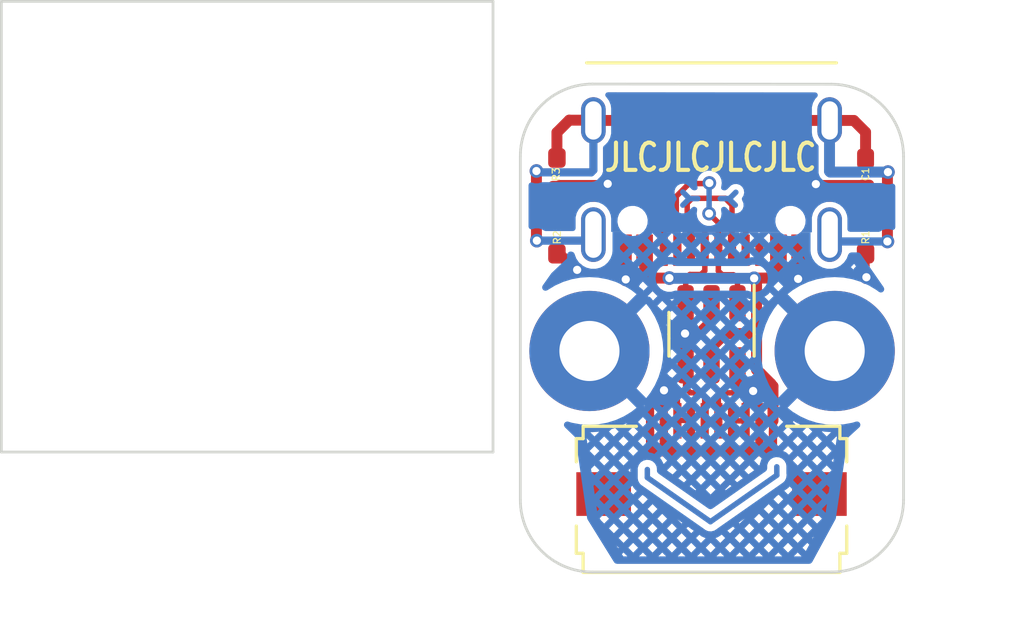
<source format=kicad_pcb>
(kicad_pcb (version 20221018) (generator pcbnew)
  (layers (0 "F.Cu" signal) (31 "B.Cu" signal) (34 "B.Paste" user) (35 "F.Paste" user) (36 "B.SilkS" user "B.Silkscreen") (37 "F.SilkS" user "F.Silkscreen") (38 "B.Mask" user) (39 "F.Mask" user) (44 "Edge.Cuts" user))
  (net 0 "")
  (net 1 "GND")
  (net 2 "Earth")
  (net 3 "VBUS")
  (net 4 "Net-(J1-CC1)")
  (net 5 "Net-(J1-CC2)")
  (net 6 "Net-(J1-D+-PadA6)")
  (net 7 "Net-(J1-D--PadA7)")
  (net 8 "D-")
  (net 9 "D+")
  (footprint "weteor:R_0402_HandSolder" (layer "F.Cu") (at 110.64 45.64 -90)
    (fp_text reference "R1" hide)
    (fp_text value "5.1k")
    (fp_text user "${REFERENCE}" (at 0 -0.0025 90) (layer "F.SilkS") (effects (font (size 0.26 0.26) (thickness 0.04))))
    (pad "1" smd roundrect (at -0.5975 0 270) (size 0.715 0.64) (layers "F.Cu" "F.Paste" "F.Mask") (net 4 "Net-(J1-CC1)"))
    (pad "2" smd roundrect (at 0.5975 0 270) (size 0.715 0.64) (layers "F.Cu" "F.Paste" "F.Mask") (net 1 "GND"))
  )
  (footprint "weteor:C_0402_HandSolder" (layer "F.Cu") (at 110.64 43.33 90)
    (fp_text reference "C1" hide)
    (fp_text value "1nF")
    (fp_text user "${REFERENCE}" (at 0 0 90) (layer "F.SilkS") (effects (font (size 0.25 0.25) (thickness 0.04))))
    (pad "1" smd roundrect (at -0.5675 0 90) (size 0.735 0.62) (layers "F.Cu" "F.Paste" "F.Mask") (net 1 "GND"))
    (pad "2" smd roundrect (at 0.5675 0 90) (size 0.735 0.62) (layers "F.Cu" "F.Paste" "F.Mask") (net 2 "Earth"))
  )
  (footprint "MountingHole:MountingHole_2.2mm_M2_Pad" (layer "F.Cu") (at 109.51 49.8)
    (fp_text reference "H2" hide)
    (fp_text value "MountingHole_Pad")
    (pad "1" thru_hole circle (at 0 0) (size 4.4 4.4) (drill 2.2) (layers "*.Cu" "*.Mask") (net 1 "GND"))
  )
  (footprint "weteor:R_0402_HandSolder" (layer "F.Cu") (at 99.34 43.3325 -90)
    (fp_text reference "R3" hide)
    (fp_text value "1M")
    (fp_text user "${REFERENCE}" (at 0 0.03 90) (layer "F.SilkS") (effects (font (size 0.26 0.26) (thickness 0.04))))
    (pad "1" smd roundrect (at -0.5975 0 270) (size 0.715 0.64) (layers "F.Cu" "F.Paste" "F.Mask") (net 2 "Earth"))
    (pad "2" smd roundrect (at 0.5975 0 270) (size 0.715 0.64) (layers "F.Cu" "F.Paste" "F.Mask") (net 1 "GND"))
  )
  (footprint "weteor:FCC 1x10 - JUSHUO AFC01-S10FCA-00" (layer "F.Cu") (at 105 52.357924)
    (fp_text reference "J2" hide)
    (fp_text value "Conn_01x10" hide)
    (fp_line (start -4.95 0.65) (end -4.95 1.5) (stroke (width 0.12)) (layer "F.SilkS"))
    (fp_line (start -4.95 3.85) (end -4.95 4.85) (stroke (width 0.12)) (layer "F.SilkS"))
    (fp_line (start -4.7 0.2) (end -4.7 0.65) (stroke (width 0.12)) (layer "F.SilkS"))
    (fp_line (start -4.7 0.65) (end -4.95 0.65) (stroke (width 0.12)) (layer "F.SilkS"))
    (fp_line (start -4.7 4.85) (end -4.95 4.85) (stroke (width 0.12)) (layer "F.SilkS"))
    (fp_line (start -4.7 4.85) (end -4.7 5.55) (stroke (width 0.12)) (layer "F.SilkS"))
    (fp_line (start -4.7 5.55) (end 4.7 5.55) (stroke (width 0.12)) (layer "F.SilkS"))
    (fp_line (start -2.75 0.2) (end -4.7 0.2) (stroke (width 0.12)) (layer "F.SilkS"))
    (fp_line (start 4.7 0.2) (end 2.75 0.2) (stroke (width 0.12)) (layer "F.SilkS"))
    (fp_line (start 4.7 0.65) (end 4.7 0.2) (stroke (width 0.12)) (layer "F.SilkS"))
    (fp_line (start 4.7 4.85) (end 4.7 5.55) (stroke (width 0.12)) (layer "F.SilkS"))
    (fp_line (start 4.95 0.65) (end 4.7 0.65) (stroke (width 0.12)) (layer "F.SilkS"))
    (fp_line (start 4.95 1.5) (end 4.95 0.65) (stroke (width 0.12)) (layer "F.SilkS"))
    (fp_line (start 4.95 4.85) (end 4.7 4.85) (stroke (width 0.12)) (layer "F.SilkS"))
    (fp_line (start 4.95 4.85) (end 4.95 3.85) (stroke (width 0.12)) (layer "F.SilkS"))
    (pad "1" smd rect (at -2.25 0) (size 0.3 1.3) (layers "F.Cu" "F.Paste" "F.Mask") (net 3 "VBUS"))
    (pad "2" smd rect (at -1.75 0) (size 0.3 1.3) (layers "F.Cu" "F.Paste" "F.Mask") (net 3 "VBUS"))
    (pad "3" smd rect (at -1.25 0) (size 0.3 1.3) (layers "F.Cu" "F.Paste" "F.Mask") (net 1 "GND"))
    (pad "4" smd rect (at -0.75 -0.015847) (size 0.3 1.3) (layers "F.Cu" "F.Paste" "F.Mask") (net 1 "GND"))
    (pad "5" smd rect (at -0.25 0) (size 0.3 1.3) (layers "F.Cu" "F.Paste" "F.Mask") (net 8 "D-"))
    (pad "6" smd rect (at 0.25 0) (size 0.3 1.3) (layers "F.Cu" "F.Paste" "F.Mask") (net 9 "D+"))
    (pad "7" smd rect (at 0.75 0) (size 0.3 1.3) (layers "F.Cu" "F.Paste" "F.Mask") (net 1 "GND"))
    (pad "8" smd rect (at 1.25 0) (size 0.3 1.3) (layers "F.Cu" "F.Paste" "F.Mask") (net 1 "GND"))
    (pad "9" smd rect (at 1.75 0) (size 0.3 1.3) (layers "F.Cu" "F.Paste" "F.Mask") (net 3 "VBUS"))
    (pad "10" smd rect (at 2.25 0) (size 0.3 1.3) (layers "F.Cu" "F.Paste" "F.Mask") (net 3 "VBUS"))
    (pad "MP" smd rect (at -3.95 2.68) (size 2 1.6) (layers "F.Cu" "F.Paste" "F.Mask"))
    (pad "MP" smd rect (at 3.95 2.68) (size 2 1.6) (layers "F.Cu" "F.Paste" "F.Mask"))
  )
  (footprint "MountingHole:MountingHole_2.2mm_M2_Pad" (layer "F.Cu") (at 100.53 49.8)
    (fp_text reference "H1" hide)
    (fp_text value "MountingHole_Pad")
    (pad "1" thru_hole circle (at 0 0) (size 4.4 4.4) (drill 2.2) (layers "*.Cu" "*.Mask") (net 1 "GND"))
  )
  (footprint "Package_TO_SOT_SMD:SOT-23-6" (layer "F.Cu") (at 105 49.1875 -90)
    (fp_text reference "U1" hide)
    (fp_text value "USBLC6-2SC6")
    (fp_line (start 0 -1.56) (end -1.8 -1.56) (stroke (width 0.12)) (layer "F.SilkS"))
    (fp_line (start 0 -1.56) (end 0.8 -1.56) (stroke (width 0.12)) (layer "F.SilkS"))
    (fp_line (start 0 1.56) (end -0.8 1.56) (stroke (width 0.12)) (layer "F.SilkS"))
    (fp_line (start 0 1.56) (end 0.8 1.56) (stroke (width 0.12)) (layer "F.SilkS"))
    (pad "1" smd roundrect (at -1.1375 -0.95 270) (size 1.325 0.6) (layers "F.Cu" "F.Paste" "F.Mask") (net 6 "Net-(J1-D+-PadA6)"))
    (pad "2" smd roundrect (at -1.1375 0 270) (size 1.325 0.6) (layers "F.Cu" "F.Paste" "F.Mask") (net 1 "GND"))
    (pad "3" smd roundrect (at -1.1375 0.95 270) (size 1.325 0.6) (layers "F.Cu" "F.Paste" "F.Mask") (net 7 "Net-(J1-D--PadA7)"))
    (pad "4" smd roundrect (at 1.1375 0.95 270) (size 1.325 0.6) (layers "F.Cu" "F.Paste" "F.Mask") (net 8 "D-"))
    (pad "5" smd roundrect (at 1.1375 0 270) (size 1.325 0.6) (layers "F.Cu" "F.Paste" "F.Mask") (net 3 "VBUS"))
    (pad "6" smd roundrect (at 1.1375 -0.95 270) (size 1.325 0.6) (layers "F.Cu" "F.Paste" "F.Mask") (net 9 "D+"))
  )
  (footprint "weteor:USB C-31-M-12" (layer "F.Cu") (at 105 45.04 180)
    (fp_text reference "J1" hide)
    (fp_text value "USB_C_Receptacle_USB2.0")
    (fp_line (start -4.572 5.79) (end 4.572 5.79) (stroke (width 0.12)) (layer "F.SilkS"))
    (pad "" np_thru_hole circle (at -2.89 0 180) (size 0.6 0.6) (drill 0.6) (layers "F&B.Cu" "*.Mask"))
    (pad "" np_thru_hole circle (at 2.89 0 180) (size 0.6 0.6) (drill 0.6) (layers "F&B.Cu" "*.Mask"))
    (pad "A1" smd rect (at -3.225 -1.07) (size 0.6 1.15) (layers "F.Cu" "F.Paste" "F.Mask") (net 1 "GND"))
    (pad "A4" smd rect (at -2.45 -1.07) (size 0.6 1.15) (layers "F.Cu" "F.Paste" "F.Mask") (net 3 "VBUS"))
    (pad "A5" smd rect (at -1.25 -1.07) (size 0.3 1.15) (layers "F.Cu" "F.Paste" "F.Mask") (net 4 "Net-(J1-CC1)"))
    (pad "A6" smd rect (at -0.25 -1.07) (size 0.3 1.15) (layers "F.Cu" "F.Paste" "F.Mask") (net 6 "Net-(J1-D+-PadA6)"))
    (pad "A7" smd rect (at 0.25 -1.07) (size 0.3 1.15) (layers "F.Cu" "F.Paste" "F.Mask") (net 7 "Net-(J1-D--PadA7)"))
    (pad "A8" smd rect (at 1.25 -1.07) (size 0.3 1.15) (layers "F.Cu" "F.Paste" "F.Mask"))
    (pad "A9" smd rect (at 2.45 -1.07) (size 0.6 1.15) (layers "F.Cu" "F.Paste" "F.Mask") (net 3 "VBUS"))
    (pad "A12" smd rect (at 3.225 -1.07) (size 0.6 1.15) (layers "F.Cu" "F.Paste" "F.Mask") (net 1 "GND"))
    (pad "B1" smd rect (at 3.225 -1.07) (size 0.6 1.15) (layers "F.Cu" "F.Paste" "F.Mask") (net 1 "GND"))
    (pad "B4" smd rect (at 2.45 -1.07) (size 0.6 1.15) (layers "F.Cu" "F.Paste" "F.Mask") (net 3 "VBUS"))
    (pad "B5" smd rect (at 1.75 -1.07) (size 0.3 1.15) (layers "F.Cu" "F.Paste" "F.Mask") (net 5 "Net-(J1-CC2)"))
    (pad "B6" smd rect (at 0.75 -1.07) (size 0.3 1.15) (layers "F.Cu" "F.Paste" "F.Mask") (net 6 "Net-(J1-D+-PadA6)"))
    (pad "B7" smd rect (at -0.75 -1.07) (size 0.3 1.15) (layers "F.Cu" "F.Paste" "F.Mask") (net 7 "Net-(J1-D--PadA7)"))
    (pad "B8" smd rect (at -1.75 -1.07) (size 0.3 1.15) (layers "F.Cu" "F.Paste" "F.Mask"))
    (pad "B9" smd rect (at -2.45 -1.07) (size 0.6 1.15) (layers "F.Cu" "F.Paste" "F.Mask") (net 3 "VBUS"))
    (pad "B12" smd rect (at -3.225 -1.07) (size 0.6 1.15) (layers "F.Cu" "F.Paste" "F.Mask") (net 1 "GND"))
    (pad "S1" thru_hole oval (at -4.325 -0.5) (size 0.9 2) (drill oval 0.6 1.7) (layers "*.Cu" "*.Mask") (net 2 "Earth"))
    (pad "S1" thru_hole oval (at -4.325 3.68) (size 0.9 1.7) (drill oval 0.6 1.4) (layers "*.Cu" "*.Mask") (net 2 "Earth"))
    (pad "S1" thru_hole oval (at 4.325 -0.5) (size 0.9 2) (drill oval 0.6 1.7) (layers "*.Cu" "*.Mask") (net 2 "Earth"))
    (pad "S1" thru_hole oval (at 4.325 3.68) (size 0.9 1.7) (drill oval 0.6 1.4) (layers "*.Cu" "*.Mask") (net 2 "Earth"))
  )
  (footprint "weteor:R_0402_HandSolder" (layer "F.Cu") (at 99.34 45.6425 -90)
    (fp_text reference "R2" hide)
    (fp_text value "5.1k")
    (fp_text user "${REFERENCE}" (at 0 -0.01 90) (layer "F.SilkS") (effects (font (size 0.26 0.26) (thickness 0.04))))
    (pad "1" smd roundrect (at -0.5975 0 270) (size 0.715 0.64) (layers "F.Cu" "F.Paste" "F.Mask") (net 5 "Net-(J1-CC2)"))
    (pad "2" smd roundrect (at 0.5975 0 270) (size 0.715 0.64) (layers "F.Cu" "F.Paste" "F.Mask") (net 1 "GND"))
  )
  (gr_line (start 111.504367 56.831391) (end 111.425821 56.931342) (stroke (width 0.1)) (layer "Edge.Cuts"))
  (gr_line (start 99.38467 57.575061) (end 99.273871 57.511352) (stroke (width 0.1)) (layer "Edge.Cuts"))
  (gr_line (start 111.976258 42.146645) (end 111.999521 42.276973) (stroke (width 0.1)) (layer "Edge.Cuts"))
  (gr_line (start 110.64533 57.574842) (end 110.531247 57.633272) (stroke (width 0.1)) (layer "Edge.Cuts"))
  (gr_line (start 110.531247 57.633272) (end 110.414047 57.686258) (stroke (width 0.1)) (layer "Edge.Cuts"))
  (gr_line (start 98.444606 41.202798) (end 98.519261 41.096646) (stroke (width 0.1)) (layer "Edge.Cuts"))
  (gr_line (start 98.029003 42.279629) (end 98.05132 42.151788) (stroke (width 0.1)) (layer "Edge.Cuts"))
  (gr_line (start 98.519261 41.096646) (end 98.599283 40.993989) (stroke (width 0.1)) (layer "Edge.Cuts"))
  (gr_line (start 112.016339 55.518872) (end 111.999514 55.651285) (stroke (width 0.1)) (layer "Edge.Cuts"))
  (gr_line (start 99.633459 40.227013) (end 99.753863 40.180621) (stroke (width 0.1)) (layer "Edge.Cuts"))
  (gr_line (start 111.163166 57.20684) (end 111.067164 57.29) (stroke (width 0.1)) (layer "Edge.Cuts"))
  (gr_line (start 111.646954 56.620308) (end 111.578134 56.727657) (stroke (width 0.1)) (layer "Edge.Cuts"))
  (gr_line (start 98.311752 41.424719) (end 98.375406 41.312228) (stroke (width 0.1)) (layer "Edge.Cuts"))
  (gr_line (start 109.384171 57.89441) (end 100.645829 57.89441) (stroke (width 0.1)) (layer "Edge.Cuts"))
  (gr_line (start 99.753863 40.180621) (end 99.876457 40.140136) (stroke (width 0.1)) (layer "Edge.Cuts"))
  (gr_line (start 111.946702 55.909584) (end 111.911048 56.035138) (stroke (width 0.1)) (layer "Edge.Cuts"))
  (gr_line (start 100.645829 40.026298) (end 109.384171 40.032295) (stroke (width 0.1)) (layer "Edge.Cuts"))
  (gr_line (start 99.273871 57.511352) (end 99.166521 57.44253) (stroke (width 0.1)) (layer "Edge.Cuts"))
  (gr_line (start 111.999514 55.651285) (end 111.976246 55.781577) (stroke (width 0.1)) (layer "Edge.Cuts"))
  (gr_line (start 100.645829 57.89441) (end 100.509675 57.890966) (stroke (width 0.1)) (layer "Edge.Cuts"))
  (gr_line (start 111.504457 41.096448) (end 111.578214 41.200231) (stroke (width 0.1)) (layer "Edge.Cuts"))
  (gr_line (start 79 53.5) (end 79 37) (stroke (width 0.1)) (layer "Edge.Cuts"))
  (gr_line (start 98.604179 56.931557) (end 98.525633 56.831605) (stroke (width 0.1)) (layer "Edge.Cuts"))
  (gr_line (start 98.000001 42.670235) (end 98.003253 42.539069) (stroke (width 0.1)) (layer "Edge.Cuts"))
  (gr_line (start 109.520325 57.890738) (end 109.384171 57.894181) (stroke (width 0.1)) (layer "Edge.Cuts"))
  (gr_line (start 98.599283 40.993989) (end 98.68458 40.895043) (stroke (width 0.1)) (layer "Edge.Cuts"))
  (gr_line (start 98.870144 40.70961) (end 98.96915 40.624383) (stroke (width 0.1)) (layer "Edge.Cuts"))
  (gr_line (start 111.769092 56.395425) (end 111.710662 56.509508) (stroke (width 0.1)) (layer "Edge.Cuts"))
  (gr_line (start 111.578214 41.200231) (end 111.647025 41.307628) (stroke (width 0.1)) (layer "Edge.Cuts"))
  (gr_line (start 109.654742 40.046141) (end 109.787175 40.063056) (stroke (width 0.1)) (layer "Edge.Cuts"))
  (gr_line (start 111.647025 41.307628) (end 111.710724 41.418474) (stroke (width 0.1)) (layer "Edge.Cuts"))
  (gr_line (start 99.736105 57.733853) (end 99.615953 57.686478) (stroke (width 0.1)) (layer "Edge.Cuts"))
  (gr_line (start 98.962837 57.290216) (end 98.866834 57.207056) (stroke (width 0.1)) (layer "Edge.Cuts"))
  (gr_line (start 98.383046 56.620522) (end 98.319338 56.509722) (stroke (width 0.1)) (layer "Edge.Cuts"))
  (gr_line (start 112.016343 42.409418) (end 112.026558 42.543816) (stroke (width 0.1)) (layer "Edge.Cuts"))
  (gr_line (start 109.917398 57.840427) (end 109.787105 57.863695) (stroke (width 0.1)) (layer "Edge.Cuts"))
  (gr_line (start 98.030487 55.651498) (end 98.013661 55.519086) (stroke (width 0.1)) (layer "Edge.Cuts"))
  (gr_line (start 99.287548 40.400732) (end 99.400084 40.337158) (stroke (width 0.1)) (layer "Edge.Cuts"))
  (gr_line (start 111.869451 56.158074) (end 111.822077 56.278225) (stroke (width 0.1)) (layer "Edge.Cuts"))
  (gr_line (start 111.425821 56.931342) (end 111.342661 57.027345) (stroke (width 0.1)) (layer "Edge.Cuts"))
  (gr_line (start 98.114389 41.900949) (end 98.154962 41.778385) (stroke (width 0.1)) (layer "Edge.Cuts"))
  (gr_line (start 98.525633 56.831605) (end 98.451867 56.727872) (stroke (width 0.1)) (layer "Edge.Cuts"))
  (gr_line (start 99.062788 57.368763) (end 98.962837 57.290216) (stroke (width 0.1)) (layer "Edge.Cuts"))
  (gr_line (start 100.384378 40.039061) (end 100.51466 40.029457) (stroke (width 0.1)) (layer "Edge.Cuts"))
  (gr_line (start 97 53.5) (end 79 53.5) (stroke (width 0.1)) (layer "Edge.Cuts"))
  (gr_line (start 110.967212 57.368546) (end 110.863479 57.442313) (stroke (width 0.1)) (layer "Edge.Cuts"))
  (gr_line (start 111.869486 41.770035) (end 111.911074 41.89301) (stroke (width 0.1)) (layer "Edge.Cuts"))
  (gr_line (start 98.079812 42.025489) (end 98.114389 41.900949) (stroke (width 0.1)) (layer "Edge.Cuts"))
  (gr_line (start 110.756129 57.511134) (end 110.64533 57.574842) (stroke (width 0.1)) (layer "Edge.Cuts"))
  (gr_line (start 111.976246 55.781577) (end 111.946702 55.909584) (stroke (width 0.1)) (layer "Edge.Cuts"))
  (gr_line (start 98.01295 42.408795) (end 98.029003 42.279629) (stroke (width 0.1)) (layer "Edge.Cuts"))
  (gr_line (start 111.769144 41.532601) (end 111.82212 41.649843) (stroke (width 0.1)) (layer "Edge.Cuts"))
  (gr_line (start 99.400084 40.337158) (end 99.51546 40.279222) (stroke (width 0.1)) (layer "Edge.Cuts"))
  (gr_line (start 100.242896 57.86392) (end 100.112602 57.840651) (stroke (width 0.1)) (layer "Edge.Cuts"))
  (gr_line (start 79 37) (end 97 37) (stroke (width 0.1)) (layer "Edge.Cuts"))
  (gr_line (start 100.127342 40.077246) (end 100.2552 40.05502) (stroke (width 0.1)) (layer "Edge.Cuts"))
  (gr_line (start 99.876457 40.140136) (end 100.001022 40.105647) (stroke (width 0.1)) (layer "Edge.Cuts"))
  (gr_line (start 110.645465 40.352458) (end 110.756265 40.416235) (stroke (width 0.1)) (layer "Edge.Cuts"))
  (gr_line (start 98.013661 55.519086) (end 98.003443 55.38472) (stroke (width 0.1)) (layer "Edge.Cuts"))
  (gr_line (start 111.710662 56.509508) (end 111.646954 56.620308) (stroke (width 0.1)) (layer "Edge.Cuts"))
  (gr_line (start 111.911074 41.89301) (end 111.946721 42.018602) (stroke (width 0.1)) (layer "Edge.Cuts"))
  (gr_line (start 98.319338 56.509722) (end 98.260908 56.395639) (stroke (width 0.1)) (layer "Edge.Cuts"))
  (gr_line (start 98.866834 57.207056) (end 98.774946 57.119449) (stroke (width 0.1)) (layer "Edge.Cuts"))
  (gr_line (start 100.112602 57.840651) (end 99.984595 57.811106) (stroke (width 0.1)) (layer "Edge.Cuts"))
  (gr_line (start 99.166521 57.44253) (end 99.062788 57.368763) (stroke (width 0.1)) (layer "Edge.Cuts"))
  (gr_line (start 98.05132 42.151788) (end 98.079812 42.025489) (stroke (width 0.1)) (layer "Edge.Cuts"))
  (gr_line (start 109.384171 40.032295) (end 109.520352 40.035832) (stroke (width 0.1)) (layer "Edge.Cuts"))
  (gr_line (start 111.163287 40.72078) (end 111.255169 40.808445) (stroke (width 0.1)) (layer "Edge.Cuts"))
  (gr_line (start 98.774946 57.119449) (end 98.687339 57.02756) (stroke (width 0.1)) (layer "Edge.Cuts"))
  (gr_line (start 109.654692 57.880521) (end 109.520325 57.890738) (stroke (width 0.1)) (layer "Edge.Cuts"))
  (gr_line (start 98.000001 55.248567) (end 98.000001 42.670235) (stroke (width 0.1)) (layer "Edge.Cuts"))
  (gr_line (start 98.375406 41.312228) (end 98.444606 41.202798) (stroke (width 0.1)) (layer "Edge.Cuts"))
  (gr_line (start 111.82212 41.649843) (end 111.869486 41.770035) (stroke (width 0.1)) (layer "Edge.Cuts"))
  (gr_line (start 110.863613 40.485122) (end 110.967344 40.558952) (stroke (width 0.1)) (layer "Edge.Cuts"))
  (gr_line (start 111.06729 40.637561) (end 111.163287 40.72078) (stroke (width 0.1)) (layer "Edge.Cuts"))
  (gr_line (start 100.2552 40.05502) (end 100.384378 40.039061) (stroke (width 0.1)) (layer "Edge.Cuts"))
  (gr_line (start 111.710724 41.418474) (end 111.769144 41.532601) (stroke (width 0.1)) (layer "Edge.Cuts"))
  (gr_line (start 99.498753 57.633492) (end 99.38467 57.575061) (stroke (width 0.1)) (layer "Edge.Cuts"))
  (gr_line (start 112.03 55.248353) (end 112.026557 55.384506) (stroke (width 0.1)) (layer "Edge.Cuts"))
  (gr_line (start 98.68458 40.895043) (end 98.775063 40.800026) (stroke (width 0.1)) (layer "Edge.Cuts"))
  (gr_line (start 110.414176 40.240898) (end 110.53138 40.293957) (stroke (width 0.1)) (layer "Edge.Cuts"))
  (gr_line (start 98.96915 40.624383) (end 99.071864 40.544434) (stroke (width 0.1)) (layer "Edge.Cuts"))
  (gr_line (start 98.154962 41.778385) (end 98.20144 41.658014) (stroke (width 0.1)) (layer "Edge.Cuts"))
  (gr_line (start 112.03 42.68) (end 112.03 55.248353) (stroke (width 0.1)) (layer "Edge.Cuts"))
  (gr_line (start 110.293896 57.733632) (end 110.17096 57.775229) (stroke (width 0.1)) (layer "Edge.Cuts"))
  (gr_line (start 112.026558 42.543816) (end 112.03 42.68) (stroke (width 0.1)) (layer "Edge.Cuts"))
  (gr_line (start 109.787105 57.863695) (end 109.654692 57.880521) (stroke (width 0.1)) (layer "Edge.Cuts"))
  (gr_line (start 98.260908 56.395639) (end 98.207923 56.278439) (stroke (width 0.1)) (layer "Edge.Cuts"))
  (gr_line (start 110.414047 57.686258) (end 110.293896 57.733632) (stroke (width 0.1)) (layer "Edge.Cuts"))
  (gr_line (start 98.118952 56.035352) (end 98.083298 55.909798) (stroke (width 0.1)) (layer "Edge.Cuts"))
  (gr_line (start 99.859041 57.775451) (end 99.736105 57.733853) (stroke (width 0.1)) (layer "Edge.Cuts"))
  (gr_line (start 111.822077 56.278225) (end 111.769092 56.395425) (stroke (width 0.1)) (layer "Edge.Cuts"))
  (gr_line (start 111.255169 40.808445) (end 111.342768 40.900388) (stroke (width 0.1)) (layer "Edge.Cuts"))
  (gr_line (start 111.342661 57.027345) (end 111.255054 57.119233) (stroke (width 0.1)) (layer "Edge.Cuts"))
  (gr_line (start 110.045405 57.810883) (end 109.917398 57.840427) (stroke (width 0.1)) (layer "Edge.Cuts"))
  (gr_line (start 110.967344 40.558952) (end 111.06729 40.637561) (stroke (width 0.1)) (layer "Edge.Cuts"))
  (gr_line (start 111.425919 40.996445) (end 111.504457 41.096448) (stroke (width 0.1)) (layer "Edge.Cuts"))
  (gr_line (start 111.578134 56.727657) (end 111.504367 56.831391) (stroke (width 0.1)) (layer "Edge.Cuts"))
  (gr_line (start 111.255054 57.119233) (end 111.163166 57.20684) (stroke (width 0.1)) (layer "Edge.Cuts"))
  (gr_line (start 97 37) (end 97 53.5) (stroke (width 0.1)) (layer "Edge.Cuts"))
  (gr_line (start 98.451867 56.727872) (end 98.383046 56.620522) (stroke (width 0.1)) (layer "Edge.Cuts"))
  (gr_line (start 100.509675 57.890966) (end 100.375308 57.880747) (stroke (width 0.1)) (layer "Edge.Cuts"))
  (gr_line (start 98.160549 56.158288) (end 98.118952 56.035352) (stroke (width 0.1)) (layer "Edge.Cuts"))
  (gr_line (start 111.067164 57.29) (end 110.967212 57.368546) (stroke (width 0.1)) (layer "Edge.Cuts"))
  (gr_line (start 98.003443 55.38472) (end 98.000001 55.248567) (stroke (width 0.1)) (layer "Edge.Cuts"))
  (gr_line (start 111.911048 56.035138) (end 111.869451 56.158074) (stroke (width 0.1)) (layer "Edge.Cuts"))
  (gr_line (start 98.253733 41.540053) (end 98.311752 41.424719) (stroke (width 0.1)) (layer "Edge.Cuts"))
  (gr_line (start 112.026557 55.384506) (end 112.016339 55.518872) (stroke (width 0.1)) (layer "Edge.Cuts"))
  (gr_line (start 111.946721 42.018602) (end 111.976258 42.146645) (stroke (width 0.1)) (layer "Edge.Cuts"))
  (gr_line (start 98.775063 40.800026) (end 98.870144 40.70961) (stroke (width 0.1)) (layer "Edge.Cuts"))
  (gr_line (start 109.520352 40.035832) (end 109.654742 40.046141) (stroke (width 0.1)) (layer "Edge.Cuts"))
  (gr_line (start 110.863479 57.442313) (end 110.756129 57.511134) (stroke (width 0.1)) (layer "Edge.Cuts"))
  (gr_line (start 110.756265 40.416235) (end 110.863613 40.485122) (stroke (width 0.1)) (layer "Edge.Cuts"))
  (gr_line (start 99.071864 40.544434) (end 99.17807 40.469854) (stroke (width 0.1)) (layer "Edge.Cuts"))
  (gr_line (start 98.053755 55.781791) (end 98.030487 55.651498) (stroke (width 0.1)) (layer "Edge.Cuts"))
  (gr_line (start 100.001022 40.105647) (end 100.127342 40.077246) (stroke (width 0.1)) (layer "Edge.Cuts"))
  (gr_line (start 98.20144 41.658014) (end 98.253733 41.540053) (stroke (width 0.1)) (layer "Edge.Cuts"))
  (gr_line (start 98.003253 42.539069) (end 98.01295 42.408795) (stroke (width 0.1)) (layer "Edge.Cuts"))
  (gr_line (start 109.384171 57.894181) (end 109.384171 57.89441) (stroke (width 0.1)) (layer "Edge.Cuts"))
  (gr_line (start 98.083298 55.909798) (end 98.053755 55.781791) (stroke (width 0.1)) (layer "Edge.Cuts"))
  (gr_line (start 110.53138 40.293957) (end 110.645465 40.352458) (stroke (width 0.1)) (layer "Edge.Cuts"))
  (gr_line (start 110.171073 40.151772) (end 110.294018 40.193448) (stroke (width 0.1)) (layer "Edge.Cuts"))
  (gr_line (start 99.615953 57.686478) (end 99.498753 57.633492) (stroke (width 0.1)) (layer "Edge.Cuts"))
  (gr_line (start 100.51466 40.029457) (end 100.645829 40.026298) (stroke (width 0.1)) (layer "Edge.Cuts"))
  (gr_line (start 99.984595 57.811106) (end 99.859041 57.775451) (stroke (width 0.1)) (layer "Edge.Cuts"))
  (gr_line (start 99.17807 40.469854) (end 99.287548 40.400732) (stroke (width 0.1)) (layer "Edge.Cuts"))
  (gr_line (start 110.045507 40.116038) (end 110.171073 40.151772) (stroke (width 0.1)) (layer "Edge.Cuts"))
  (gr_line (start 100.375308 57.880747) (end 100.242896 57.86392) (stroke (width 0.1)) (layer "Edge.Cuts"))
  (gr_line (start 110.17096 57.775229) (end 110.045405 57.810883) (stroke (width 0.1)) (layer "Edge.Cuts"))
  (gr_line (start 109.917485 40.08641) (end 110.045507 40.116038) (stroke (width 0.1)) (layer "Edge.Cuts"))
  (gr_line (start 98.207923 56.278439) (end 98.160549 56.158288) (stroke (width 0.1)) (layer "Edge.Cuts"))
  (gr_line (start 109.787175 40.063056) (end 109.917485 40.08641) (stroke (width 0.1)) (layer "Edge.Cuts"))
  (gr_line (start 99.51546 40.279222) (end 99.633459 40.227013) (stroke (width 0.1)) (layer "Edge.Cuts"))
  (gr_line (start 111.342768 40.900388) (end 111.425919 40.996445) (stroke (width 0.1)) (layer "Edge.Cuts"))
  (gr_line (start 110.294018 40.193448) (end 110.414176 40.240898) (stroke (width 0.1)) (layer "Edge.Cuts"))
  (gr_line (start 98.687339 57.02756) (end 98.604179 56.931557) (stroke (width 0.1)) (layer "Edge.Cuts"))
  (gr_line (start 111.999521 42.276973) (end 112.016343 42.409418) (stroke (width 0.1)) (layer "Edge.Cuts"))
  (gr_text "JLCJLCJLCJLC" (at 101.01 43.3) (layer "F.SilkS") (effects (font (size 1 0.75) (thickness 0.15) bold) (justify left bottom)))
  (segment (start 105.32 44.22) (end 105.63 44.22) (width 0.2) (layer "B.Cu") (net 0))
  (segment (start 105.63 44.22) (end 105.87 44.46) (width 0.2) (layer "B.Cu") (net 0))
  (segment (start 105.65 44.23) (end 105.89 43.99) (width 0.2) (layer "B.Cu") (net 0))
  (segment (start 107.39 54.04) (end 107.39 54.345) (width 0.2) (layer "B.Cu") (net 0))
  (segment (start 102.654673 54.435792) (end 104.96 56.05) (width 0.2) (layer "B.Cu") (net 0))
  (segment (start 104.19 44.22) (end 103.95 44.46) (width 0.2) (layer "B.Cu") (net 0))
  (segment (start 102.65 54.14) (end 102.65 54.43) (width 0.2) (layer "B.Cu") (net 0))
  (segment (start 103.95 43.98) (end 104.19 44.22) (width 0.2) (layer "B.Cu") (net 0))
  (segment (start 104.5 44.22) (end 104.19 44.22) (width 0.2) (layer "B.Cu") (net 0))
  (segment (start 104.96 56.05) (end 107.392757 54.346565) (width 0.2) (layer "B.Cu") (net 0))
  (segment (start 108.225 47.105) (end 108.225 46.11) (width 0.2) (layer "F.Cu") (net 1))
  (segment (start 110.67 47.1) (end 110.59 47.02) (width 0.4) (layer "F.Cu") (net 1))
  (segment (start 105 48.05) (end 105 48.712499) (width 0.4) (layer "F.Cu") (net 1))
  (segment (start 101.2 43.68) (end 101.14 43.74) (width 0.4) (layer "F.Cu") (net 1))
  (segment (start 108.82 43.6905) (end 108.8695 43.74) (width 0.4) (layer "F.Cu") (net 1))
  (segment (start 110.59 47.02) (end 110.59 46.1575) (width 0.4) (layer "F.Cu") (net 1))
  (segment (start 103.75 52.357924) (end 103.75 51.457924) (width 0.2) (layer "F.Cu") (net 1))
  (segment (start 106.523882 51.264914) (end 106.44301 51.264914) (width 0.2) (layer "F.Cu") (net 1))
  (segment (start 106.25 51.457924) (end 106.25 52.357924) (width 0.2) (layer "F.Cu") (net 1))
  (segment (start 110.4825 43.74) (end 110.64 43.8975) (width 0.4) (layer "F.Cu") (net 1))
  (segment (start 108.8695 43.74) (end 110.4825 43.74) (width 0.4) (layer "F.Cu") (net 1))
  (segment (start 104.5505 49.161999) (end 104.03 49.162) (width 0.4) (layer "F.Cu") (net 1))
  (segment (start 100.08 46.83) (end 100.0125 46.83) (width 0.4) (layer "F.Cu") (net 1))
  (segment (start 103.765847 52.342077) (end 103.75 52.357924) (width 0.2) (layer "F.Cu") (net 1))
  (segment (start 100.0125 46.83) (end 99.34 46.1575) (width 0.4) (layer "F.Cu") (net 1))
  (segment (start 105.75 52.357924) (end 106.25 52.357924) (width 0.2) (layer "F.Cu") (net 1))
  (segment (start 103.75 51.457924) (end 103.532076 51.24) (width 0.2) (layer "F.Cu") (net 1))
  (segment (start 104.25 52.342077) (end 103.765847 52.342077) (width 0.2) (layer "F.Cu") (net 1))
  (segment (start 101.775 46.11) (end 101.775 47.095) (width 0.4) (layer "F.Cu") (net 1))
  (segment (start 99.4475 43.74) (end 99.34 43.8475) (width 0.4) (layer "F.Cu") (net 1))
  (segment (start 103.532076 51.24) (end 103.26 51.24) (width 0.2) (layer "F.Cu") (net 1))
  (segment (start 105 48.712499) (end 104.5505 49.161999) (width 0.4) (layer "F.Cu") (net 1))
  (segment (start 108.17 47.16) (end 108.225 47.105) (width 0.2) (layer "F.Cu") (net 1))
  (segment (start 106.44301 51.264914) (end 106.25 51.457924) (width 0.2) (layer "F.Cu") (net 1))
  (segment (start 101.775 47.095) (end 101.86 47.18) (width 0.4) (layer "F.Cu") (net 1))
  (segment (start 101.14 43.74) (end 99.4475 43.74) (width 0.4) (layer "F.Cu") (net 1))
  (via (at 106.523882 51.264914) (size 0.5) (drill 0.3) (layers "F.Cu" "B.Cu") (net 1))
  (via (at 100.08 46.83) (size 0.5) (drill 0.3) (layers "F.Cu" "B.Cu") (net 1))
  (via (at 108.17 47.16) (size 0.5) (drill 0.3) (layers "F.Cu" "B.Cu") (net 1))
  (via (at 103.26 51.24) (size 0.5) (drill 0.3) (layers "F.Cu" "B.Cu") (net 1))
  (via (at 108.82 43.6905) (size 0.5) (drill 0.3) (layers "F.Cu" "B.Cu") (net 1))
  (via (at 101.2 43.68) (size 0.5) (drill 0.3) (layers "F.Cu" "B.Cu") (net 1))
  (via (at 104.03 49.162) (size 0.5) (drill 0.3) (layers "F.Cu" "B.Cu") (net 1))
  (via (at 110.67 47.1) (size 0.5) (drill 0.3) (layers "F.Cu" "B.Cu") (net 1))
  (via (at 101.86 47.18) (size 0.5) (drill 0.3) (layers "F.Cu" "B.Cu") (net 1))
  (segment (start 98.589733 43.210791) (end 98.589733 45.650267) (width 0.4) (layer "F.Cu") (net 2))
  (segment (start 110.64 41.79) (end 110.64 42.7625) (width 0.4) (layer "F.Cu") (net 2))
  (segment (start 99.79 41.35) (end 99.34 41.8) (width 0.4) (layer "F.Cu") (net 2))
  (segment (start 109.325 41.36) (end 110.21 41.36) (width 0.4) (layer "F.Cu") (net 2))
  (segment (start 100.675 41.36) (end 100.665 41.35) (width 0.4) (layer "F.Cu") (net 2))
  (segment (start 99.34 41.8) (end 99.34 42.735) (width 0.4) (layer "F.Cu") (net 2))
  (segment (start 111.4805 43.25) (end 111.44 43.2905) (width 0.4) (layer "F.Cu") (net 2))
  (segment (start 98.589733 45.650267) (end 98.58 45.66) (width 0.4) (layer "F.Cu") (net 2))
  (segment (start 100.665 41.35) (end 99.79 41.35) (width 0.4) (layer "F.Cu") (net 2))
  (segment (start 110.21 41.36) (end 110.64 41.79) (width 0.4) (layer "F.Cu") (net 2))
  (segment (start 111.44 43.2905) (end 111.44 45.79) (width 0.4) (layer "F.Cu") (net 2))
  (segment (start 100.675 41.36) (end 109.325 41.36) (width 0.4) (layer "F.Cu") (net 2))
  (via (at 98.605 45.76) (size 0.5) (drill 0.3) (layers "F.Cu" "B.Cu") (net 2))
  (via (at 111.46 43.25) (size 0.5) (drill 0.3) (layers "F.Cu" "B.Cu") (net 2))
  (via (at 98.589733 43.210791) (size 0.5) (drill 0.3) (layers "F.Cu" "B.Cu") (net 2))
  (via (at 111.44 45.79) (size 0.5) (drill 0.3) (layers "F.Cu" "B.Cu") (net 2))
  (segment (start 98.605 45.76) (end 100.58 45.76) (width 0.3) (layer "B.Cu") (net 2))
  (segment (start 100.675 41.36) (end 100.675 43.175) (width 0.3) (layer "B.Cu") (net 2))
  (segment (start 109.32 43.22) (end 109.32 41.35) (width 0.4) (layer "B.Cu") (net 2))
  (segment (start 111.44 45.79) (end 109.575 45.79) (width 0.3) (layer "B.Cu") (net 2))
  (segment (start 100.59 43.26) (end 98.638942 43.26) (width 0.3) (layer "B.Cu") (net 2))
  (segment (start 98.638942 43.26) (end 98.589733 43.210791) (width 0.3) (layer "B.Cu") (net 2))
  (segment (start 109.35 43.25) (end 109.32 43.22) (width 0.4) (layer "B.Cu") (net 2))
  (segment (start 100.555 45.66) (end 100.675 45.54) (width 0.4) (layer "B.Cu") (net 2))
  (segment (start 100.675 43.175) (end 100.59 43.26) (width 0.3) (layer "B.Cu") (net 2))
  (segment (start 111.4805 43.25) (end 109.35 43.25) (width 0.4) (layer "B.Cu") (net 2))
  (segment (start 109.575 45.79) (end 109.325 45.54) (width 0.3) (layer "B.Cu") (net 2))
  (segment (start 102.75 52.740424) (end 102.75 53.42) (width 0.3) (layer "F.Cu") (net 3))
  (segment (start 106.65 50.49) (end 106.774914 50.614914) (width 0.4) (layer "F.Cu") (net 3))
  (segment (start 107.234382 47.130618) (end 106.544011 47.130618) (width 0.4) (layer "F.Cu") (net 3))
  (segment (start 107.25 51.09) (end 107.25 52.357924) (width 0.4) (layer "F.Cu") (net 3))
  (segment (start 107.25 52.740424) (end 107.25 53.42) (width 0.3) (layer "F.Cu") (net 3))
  (segment (start 104.99 53.46) (end 107.25 53.46) (width 0.4) (layer "F.Cu") (net 3))
  (segment (start 103.456261 47.130966) (end 102.745966 47.130966) (width 0.4) (layer "F.Cu") (net 3))
  (segment (start 106.544011 47.130618) (end 106.65 47.236607) (width 0.4) (layer "F.Cu") (net 3))
  (segment (start 106.774914 50.614914) (end 106.793121 50.614914) (width 0.4) (layer "F.Cu") (net 3))
  (segment (start 103.25 52.740424) (end 103.25 53.41) (width 0.3) (layer "F.Cu") (net 3))
  (segment (start 107.173882 50.995675) (end 107.173882 51.013882) (width 0.4) (layer "F.Cu") (net 3))
  (segment (start 106.793121 50.614914) (end 107.173882 50.995675) (width 0.4) (layer "F.Cu") (net 3))
  (segment (start 107.45 46.11) (end 107.45 46.915) (width 0.4) (layer "F.Cu") (net 3))
  (segment (start 106.75 52.740424) (end 106.75 53.42) (width 0.3) (layer "F.Cu") (net 3))
  (segment (start 106.65 47.236607) (end 106.65 50.49) (width 0.4) (layer "F.Cu") (net 3))
  (segment (start 105.500501 49.162) (end 105 49.662501) (width 0.4) (layer "F.Cu") (net 3))
  (segment (start 106.65 49.162) (end 105.500501 49.162) (width 0.4) (layer "F.Cu") (net 3))
  (segment (start 102.55 46.935) (end 102.55 46.11) (width 0.4) (layer "F.Cu") (net 3))
  (segment (start 107.173882 51.013882) (end 107.25 51.09) (width 0.4) (layer "F.Cu") (net 3))
  (segment (start 102.745966 47.130966) (end 102.55 46.935) (width 0.4) (layer "F.Cu") (net 3))
  (segment (start 104.99 53.46) (end 102.75 53.46) (width 0.4) (layer "F.Cu") (net 3))
  (segment (start 105 49.662501) (end 105 50.325) (width 0.4) (layer "F.Cu") (net 3))
  (segment (start 107.45 46.915) (end 107.234382 47.130618) (width 0.4) (layer "F.Cu") (net 3))
  (via (at 103.456261 47.130966) (size 0.5) (drill 0.3) (layers "F.Cu" "B.Cu") (net 3))
  (via (at 106.56 47.14) (size 0.5) (drill 0.3) (layers "F.Cu" "B.Cu") (net 3))
  (segment (start 106.534629 47.14) (end 103.465295 47.14) (width 0.4) (layer "B.Cu") (net 3))
  (segment (start 103.465295 47.14) (end 103.456261 47.130966) (width 0.4) (layer "B.Cu") (net 3))
  (segment (start 106.544011 47.130618) (end 106.534629 47.14) (width 0.4) (layer "B.Cu") (net 3))
  (segment (start 110.64 45.0425) (end 110.2625 45.0425) (width 0.2) (layer "F.Cu") (net 4))
  (segment (start 109.86 44.24) (end 106.82 44.24) (width 0.2) (layer "F.Cu") (net 4))
  (segment (start 110.1 44.88) (end 110.1 44.48) (width 0.2) (layer "F.Cu") (net 4))
  (segment (start 106.82 44.24) (end 106.25 44.81) (width 0.2) (layer "F.Cu") (net 4))
  (segment (start 106.25 44.81) (end 106.25 46.11) (width 0.2) (layer "F.Cu") (net 4))
  (segment (start 110.1 44.48) (end 109.86 44.24) (width 0.2) (layer "F.Cu") (net 4))
  (segment (start 110.2625 45.0425) (end 110.1 44.88) (width 0.2) (layer "F.Cu") (net 4))
  (segment (start 100.15 44.24) (end 99.925 44.465) (width 0.2) (layer "F.Cu") (net 5))
  (segment (start 103.25 46.11) (end 103.25 44.81) (width 0.2) (layer "F.Cu") (net 5))
  (segment (start 99.925 44.465) (end 99.925 44.795) (width 0.2) (layer "F.Cu") (net 5))
  (segment (start 103.25 44.81) (end 102.68 44.24) (width 0.2) (layer "F.Cu") (net 5))
  (segment (start 99.7575 44.9625) (end 99.34 44.9625) (width 0.2) (layer "F.Cu") (net 5))
  (segment (start 99.925 44.795) (end 99.7575 44.9625) (width 0.2) (layer "F.Cu") (net 5))
  (segment (start 102.68 44.24) (end 100.15 44.24) (width 0.2) (layer "F.Cu") (net 5))
  (segment (start 104.1795 43.6705) (end 103.71 44.14) (width 0.2) (layer "F.Cu") (net 6))
  (segment (start 105.95 47.16) (end 105.95 48.05) (width 0.2) (layer "F.Cu") (net 6))
  (segment (start 103.71 44.14) (end 103.71 44.91) (width 0.2) (layer "F.Cu") (net 6))
  (segment (start 105.25 46.87) (end 105.39 47.01) (width 0.2) (layer "F.Cu") (net 6))
  (segment (start 105.39 47.01) (end 105.8 47.01) (width 0.2) (layer "F.Cu") (net 6))
  (segment (start 105.25 46.11) (end 105.25 46.87) (width 0.2) (layer "F.Cu") (net 6))
  (segment (start 105.8 47.01) (end 105.95 47.16) (width 0.2) (layer "F.Cu") (net 6))
  (segment (start 105.25 45.107203) (end 105.25 46.11) (width 0.2) (layer "F.Cu") (net 6))
  (segment (start 103.71 44.91) (end 104.25 45.45) (width 0.2) (layer "F.Cu") (net 6))
  (segment (start 104.911809 44.769012) (end 105.25 45.107203) (width 0.2) (layer "F.Cu") (net 6))
  (segment (start 104.92 43.6705) (end 104.1795 43.6705) (width 0.2) (layer "F.Cu") (net 6))
  (segment (start 104.25 45.45) (end 104.25 46.11) (width 0.2) (layer "F.Cu") (net 6))
  (via (at 104.911809 44.769012) (size 0.5) (drill 0.3) (layers "F.Cu" "B.Cu") (net 6))
  (via (at 104.92 43.65) (size 0.5) (drill 0.3) (layers "F.Cu" "B.Cu") (net 6))
  (segment (start 104.911809 43.678691) (end 104.911809 44.769012) (width 0.2) (layer "B.Cu") (net 6))
  (segment (start 104.92 43.6705) (end 104.911809 43.678691) (width 0.2) (layer "B.Cu") (net 6))
  (segment (start 104.75 46.11) (end 104.75 45.384314) (width 0.2) (layer "F.Cu") (net 7))
  (segment (start 104.11 44.39) (end 104.29 44.21) (width 0.2) (layer "F.Cu") (net 7))
  (segment (start 104.755 46.1) (end 104.755 46.86) (width 0.2) (layer "F.Cu") (net 7))
  (segment (start 104.755 46.86) (end 104.615 47) (width 0.2) (layer "F.Cu") (net 7))
  (segment (start 104.205 47) (end 104.055 47.15) (width 0.2) (layer "F.Cu") (net 7))
  (segment (start 104.75 45.384314) (end 104.11 44.744314) (width 0.2) (layer "F.Cu") (net 7))
  (segment (start 105.75 44.45867) (end 105.75 46.11) (width 0.2) (layer "F.Cu") (net 7))
  (segment (start 105.50133 44.21) (end 105.75 44.45867) (width 0.2) (layer "F.Cu") (net 7))
  (segment (start 104.29 44.21) (end 105.50133 44.21) (width 0.2) (layer "F.Cu") (net 7))
  (segment (start 104.615 47) (end 104.205 47) (width 0.2) (layer "F.Cu") (net 7))
  (segment (start 104.055 47.15) (end 104.055 48.04) (width 0.2) (layer "F.Cu") (net 7))
  (segment (start 104.11 44.744314) (end 104.11 44.39) (width 0.2) (layer "F.Cu") (net 7))
  (segment (start 104.75 51.49) (end 104.75 52.357924) (width 0.2) (layer "F.Cu") (net 8))
  (segment (start 104.23 51.33) (end 104.59 51.33) (width 0.2) (layer "F.Cu") (net 8))
  (segment (start 104.59 51.33) (end 104.75 51.49) (width 0.2) (layer "F.Cu") (net 8))
  (segment (start 104.05 51.15) (end 104.23 51.33) (width 0.2) (layer "F.Cu") (net 8))
  (segment (start 104.05 50.325) (end 104.05 51.15) (width 0.2) (layer "F.Cu") (net 8))
  (segment (start 105.25 51.492076) (end 105.25 52.36) (width 0.2) (layer "F.Cu") (net 9))
  (segment (start 105.95 51.152076) (end 105.77 51.332076) (width 0.2) (layer "F.Cu") (net 9))
  (segment (start 105.95 50.327076) (end 105.95 51.152076) (width 0.2) (layer "F.Cu") (net 9))
  (segment (start 105.77 51.332076) (end 105.41 51.332076) (width 0.2) (layer "F.Cu") (net 9))
  (segment (start 105.41 51.332076) (end 105.25 51.492076) (width 0.2) (layer "F.Cu") (net 9))
  (zone (net 1) (net_name "GND") (layer "B.Cu") (connect_pads (clearance 0.25)) (min_thickness 0.25) (fill yes (mode hatch) (thermal_gap 0.5) (thermal_bridge_width 0.5) (hatch_thickness 0.25) (hatch_gap 0.25) (hatch_orientation 45) (hatch_border_algorithm hatch_thickness) (hatch_min_hole_area 0.3))
    (polygon (pts (xy 100.45 55.95) (xy 100.02 52.97) (xy 98.73 51.72) (xy 97.810714 49.51338) (xy 98.31 48.12) (xy 99.14 46.95) (xy 99.71 46.41) (xy 99.71 45.43) (xy 97.900714 45.43338) (xy 97.950714 43.62338) (xy 100.610714 43.61338) (xy 100.600714 40.06338) (xy 109.200714 40.09338) (xy 109.230714 43.59338) (xy 111.930714 43.56338) (xy 111.920714 45.46338) (xy 110.280714 45.45338) (xy 110.28 45.99) (xy 111.34 47.52) (xy 112.63 48.74) (xy 111.320714 51.76338) (xy 109.99 52.98) (xy 109.55 55.94) (xy 108.55 57.78) (xy 106.310714 58.70338) (xy 104.860714 59.53338) (xy 103.590714 59.29338) (xy 101.64 57.87)))
  )
  (zone (net 1) (net_name "GND") (layer "B.Cu") (priority 2) (connect_pads (clearance 0.2)) (min_thickness 0.2) (fill yes (thermal_gap 0.5) (thermal_bridge_width 0.5))
    (polygon (pts (xy 97.950714 43.62338) (xy 100.610714 43.61338) (xy 100.600714 40.06338) (xy 109.200714 40.09338) (xy 109.230714 43.59338) (xy 111.930714 43.56338) (xy 111.920714 45.46338) (xy 97.900714 45.43338)))
  )
)
</source>
